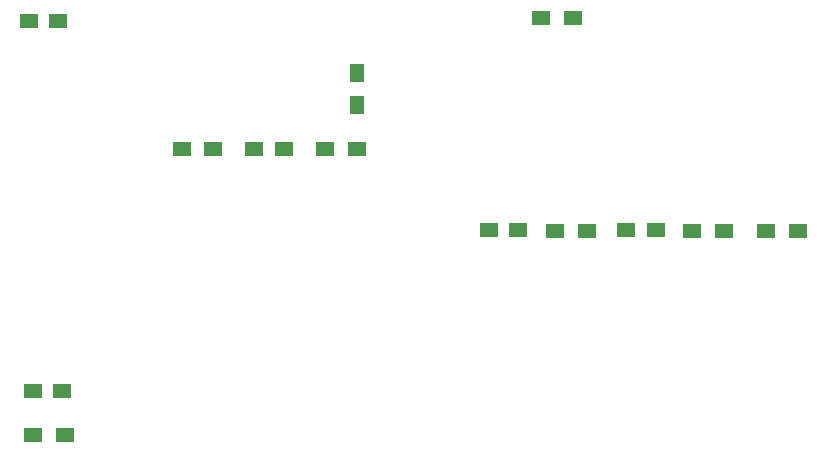
<source format=gbr>
G04 #@! TF.GenerationSoftware,KiCad,Pcbnew,(5.1.4)-1*
G04 #@! TF.CreationDate,2019-11-08T19:54:44+05:00*
G04 #@! TF.ProjectId,powerSupplyArduino,706f7765-7253-4757-9070-6c7941726475,rev?*
G04 #@! TF.SameCoordinates,Original*
G04 #@! TF.FileFunction,Paste,Bot*
G04 #@! TF.FilePolarity,Positive*
%FSLAX46Y46*%
G04 Gerber Fmt 4.6, Leading zero omitted, Abs format (unit mm)*
G04 Created by KiCad (PCBNEW (5.1.4)-1) date 2019-11-08 19:54:44*
%MOMM*%
%LPD*%
G04 APERTURE LIST*
%ADD10R,1.500000X1.250000*%
%ADD11R,1.500000X1.300000*%
%ADD12R,1.300000X1.500000*%
G04 APERTURE END LIST*
D10*
X134440000Y-70814000D03*
X136940000Y-70814000D03*
D11*
X95880000Y-88100000D03*
X98580000Y-88100000D03*
X120590000Y-63964000D03*
X123290000Y-63964000D03*
D12*
X123270000Y-57510000D03*
X123270000Y-60210000D03*
D11*
X111136000Y-63964000D03*
X108436000Y-63964000D03*
X157920000Y-70844000D03*
X160620000Y-70844000D03*
X154370000Y-70844000D03*
X151670000Y-70844000D03*
X142780000Y-70844000D03*
X140080000Y-70844000D03*
X138890000Y-52850000D03*
X141590000Y-52850000D03*
D10*
X117090000Y-63934000D03*
X114590000Y-63934000D03*
X98350000Y-84410000D03*
X95850000Y-84410000D03*
X97980000Y-53060000D03*
X95480000Y-53060000D03*
X146090000Y-70814000D03*
X148590000Y-70814000D03*
M02*

</source>
